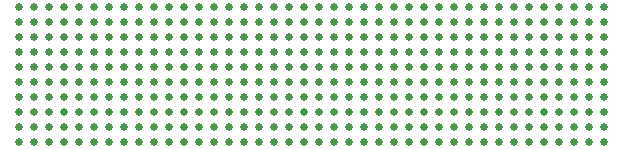
<source format=gbp>
G04 #@! TF.FileFunction,Paste,Bot*
%FSLAX46Y46*%
G04 Gerber Fmt 4.6, Leading zero omitted, Abs format (unit mm)*
G04 Created by KiCad (PCBNEW 4.0.4-stable) date Mon Nov 14 15:58:05 2016*
%MOMM*%
%LPD*%
G01*
G04 APERTURE LIST*
%ADD10C,0.100000*%
%ADD11C,0.635000*%
G04 APERTURE END LIST*
D10*
D11*
X173895000Y-80275000D03*
X173895000Y-81545000D03*
X173895000Y-82815000D03*
X173895000Y-84085000D03*
X173895000Y-85355000D03*
X173895000Y-86625000D03*
X173895000Y-87895000D03*
X173895000Y-89165000D03*
X173895000Y-90435000D03*
X173895000Y-91705000D03*
X175165000Y-80275000D03*
X175165000Y-81545000D03*
X175165000Y-82815000D03*
X175165000Y-84085000D03*
X175165000Y-85355000D03*
X175165000Y-86625000D03*
X175165000Y-87895000D03*
X175165000Y-89165000D03*
X175165000Y-90435000D03*
X175165000Y-91705000D03*
X176435000Y-80275000D03*
X176435000Y-81545000D03*
X176435000Y-82815000D03*
X176435000Y-84085000D03*
X176435000Y-85355000D03*
X176435000Y-86625000D03*
X176435000Y-87895000D03*
X176435000Y-89165000D03*
X176435000Y-90435000D03*
X176435000Y-91705000D03*
X177705000Y-80275000D03*
X177705000Y-81545000D03*
X177705000Y-82815000D03*
X177705000Y-84085000D03*
X177705000Y-85355000D03*
X177705000Y-86625000D03*
X177705000Y-87895000D03*
X177705000Y-89165000D03*
X177705000Y-90435000D03*
X177705000Y-91705000D03*
X178975000Y-80275000D03*
X178975000Y-81545000D03*
X178975000Y-82815000D03*
X178975000Y-84085000D03*
X178975000Y-85355000D03*
X178975000Y-86625000D03*
X178975000Y-87895000D03*
X178975000Y-89165000D03*
X178975000Y-90435000D03*
X178975000Y-91705000D03*
X180245000Y-80275000D03*
X180245000Y-81545000D03*
X180245000Y-82815000D03*
X180245000Y-84085000D03*
X180245000Y-85355000D03*
X180245000Y-86625000D03*
X180245000Y-87895000D03*
X180245000Y-89165000D03*
X180245000Y-90435000D03*
X180245000Y-91705000D03*
X181515000Y-80275000D03*
X181515000Y-81545000D03*
X181515000Y-82815000D03*
X181515000Y-84085000D03*
X181515000Y-85355000D03*
X181515000Y-86625000D03*
X181515000Y-87895000D03*
X181515000Y-89165000D03*
X181515000Y-90435000D03*
X181515000Y-91705000D03*
X182785000Y-80275000D03*
X182785000Y-81545000D03*
X182785000Y-82815000D03*
X182785000Y-84085000D03*
X182785000Y-85355000D03*
X182785000Y-86625000D03*
X182785000Y-87895000D03*
X182785000Y-89165000D03*
X182785000Y-90435000D03*
X182785000Y-91705000D03*
X184055000Y-80275000D03*
X184055000Y-81545000D03*
X184055000Y-82815000D03*
X184055000Y-84085000D03*
X184055000Y-85355000D03*
X184055000Y-86625000D03*
X184055000Y-87895000D03*
X184055000Y-89165000D03*
X184055000Y-90435000D03*
X184055000Y-91705000D03*
X185325000Y-80275000D03*
X185325000Y-81545000D03*
X185325000Y-82815000D03*
X185325000Y-84085000D03*
X185325000Y-85355000D03*
X185325000Y-86625000D03*
X185325000Y-87895000D03*
X185325000Y-89165000D03*
X185325000Y-90435000D03*
X185325000Y-91705000D03*
X186595000Y-80275000D03*
X186595000Y-81545000D03*
X186595000Y-82815000D03*
X186595000Y-84085000D03*
X186595000Y-85355000D03*
X186595000Y-86625000D03*
X186595000Y-87895000D03*
X186595000Y-89165000D03*
X186595000Y-90435000D03*
X186595000Y-91705000D03*
X187865000Y-80275000D03*
X187865000Y-81545000D03*
X187865000Y-82815000D03*
X187865000Y-84085000D03*
X187865000Y-85355000D03*
X187865000Y-86625000D03*
X187865000Y-87895000D03*
X187865000Y-89165000D03*
X187865000Y-90435000D03*
X187865000Y-91705000D03*
X189135000Y-80275000D03*
X189135000Y-81545000D03*
X189135000Y-82815000D03*
X189135000Y-84085000D03*
X189135000Y-85355000D03*
X189135000Y-86625000D03*
X189135000Y-87895000D03*
X189135000Y-89165000D03*
X189135000Y-90435000D03*
X189135000Y-91705000D03*
X190405000Y-80275000D03*
X190405000Y-81545000D03*
X190405000Y-82815000D03*
X190405000Y-84085000D03*
X190405000Y-85355000D03*
X190405000Y-86625000D03*
X190405000Y-87895000D03*
X190405000Y-89165000D03*
X190405000Y-90435000D03*
X190405000Y-91705000D03*
X191675000Y-80275000D03*
X191675000Y-81545000D03*
X191675000Y-82815000D03*
X191675000Y-84085000D03*
X191675000Y-85355000D03*
X191675000Y-86625000D03*
X191675000Y-87895000D03*
X191675000Y-89165000D03*
X191675000Y-90435000D03*
X191675000Y-91705000D03*
X192945000Y-80275000D03*
X192945000Y-81545000D03*
X192945000Y-82815000D03*
X192945000Y-84085000D03*
X192945000Y-85355000D03*
X192945000Y-86625000D03*
X192945000Y-87895000D03*
X192945000Y-89165000D03*
X192945000Y-90435000D03*
X192945000Y-91705000D03*
X194215000Y-80275000D03*
X194215000Y-81545000D03*
X194215000Y-82815000D03*
X194215000Y-84085000D03*
X194215000Y-85355000D03*
X194215000Y-86625000D03*
X194215000Y-87895000D03*
X194215000Y-89165000D03*
X194215000Y-90435000D03*
X194215000Y-91705000D03*
X195485000Y-80275000D03*
X195485000Y-81545000D03*
X195485000Y-82815000D03*
X195485000Y-84085000D03*
X195485000Y-85355000D03*
X195485000Y-86625000D03*
X195485000Y-87895000D03*
X195485000Y-89165000D03*
X195485000Y-90435000D03*
X195485000Y-91705000D03*
X196755000Y-80275000D03*
X196755000Y-81545000D03*
X196755000Y-82815000D03*
X196755000Y-84085000D03*
X196755000Y-85355000D03*
X196755000Y-86625000D03*
X196755000Y-87895000D03*
X196755000Y-89165000D03*
X196755000Y-90435000D03*
X196755000Y-91705000D03*
X198025000Y-80275000D03*
X198025000Y-81545000D03*
X198025000Y-82815000D03*
X198025000Y-84085000D03*
X198025000Y-85355000D03*
X198025000Y-86625000D03*
X198025000Y-87895000D03*
X198025000Y-89165000D03*
X198025000Y-90435000D03*
X198025000Y-91705000D03*
X199295000Y-80275000D03*
X199295000Y-81545000D03*
X199295000Y-82815000D03*
X199295000Y-84085000D03*
X199295000Y-85355000D03*
X199295000Y-86625000D03*
X199295000Y-87895000D03*
X199295000Y-89165000D03*
X199295000Y-90435000D03*
X199295000Y-91705000D03*
X200565000Y-80275000D03*
X200565000Y-81545000D03*
X200565000Y-82815000D03*
X200565000Y-84085000D03*
X200565000Y-85355000D03*
X200565000Y-86625000D03*
X200565000Y-87895000D03*
X200565000Y-89165000D03*
X200565000Y-90435000D03*
X200565000Y-91705000D03*
X201835000Y-80275000D03*
X201835000Y-81545000D03*
X201835000Y-82815000D03*
X201835000Y-84085000D03*
X201835000Y-85355000D03*
X201835000Y-86625000D03*
X201835000Y-87895000D03*
X201835000Y-89165000D03*
X201835000Y-90435000D03*
X201835000Y-91705000D03*
X203105000Y-80275000D03*
X203105000Y-81545000D03*
X203105000Y-82815000D03*
X203105000Y-84085000D03*
X203105000Y-85355000D03*
X203105000Y-86625000D03*
X203105000Y-87895000D03*
X203105000Y-89165000D03*
X203105000Y-90435000D03*
X203105000Y-91705000D03*
X204375000Y-80275000D03*
X204375000Y-81545000D03*
X204375000Y-82815000D03*
X204375000Y-84085000D03*
X204375000Y-85355000D03*
X204375000Y-86625000D03*
X204375000Y-87895000D03*
X204375000Y-89165000D03*
X204375000Y-90435000D03*
X204375000Y-91705000D03*
X205645000Y-80275000D03*
X205645000Y-81545000D03*
X205645000Y-82815000D03*
X205645000Y-84085000D03*
X205645000Y-85355000D03*
X205645000Y-86625000D03*
X205645000Y-87895000D03*
X205645000Y-89165000D03*
X205645000Y-90435000D03*
X205645000Y-91705000D03*
X206915000Y-80275000D03*
X206915000Y-81545000D03*
X206915000Y-82815000D03*
X206915000Y-84085000D03*
X206915000Y-85355000D03*
X206915000Y-86625000D03*
X206915000Y-87895000D03*
X206915000Y-89165000D03*
X206915000Y-90435000D03*
X206915000Y-91705000D03*
X208185000Y-80275000D03*
X208185000Y-81545000D03*
X208185000Y-82815000D03*
X208185000Y-84085000D03*
X208185000Y-85355000D03*
X208185000Y-86625000D03*
X208185000Y-87895000D03*
X208185000Y-89165000D03*
X208185000Y-90435000D03*
X208185000Y-91705000D03*
X209455000Y-80275000D03*
X209455000Y-81545000D03*
X209455000Y-82815000D03*
X209455000Y-84085000D03*
X209455000Y-85355000D03*
X209455000Y-86625000D03*
X209455000Y-87895000D03*
X209455000Y-89165000D03*
X209455000Y-90435000D03*
X209455000Y-91705000D03*
X210725000Y-80275000D03*
X210725000Y-81545000D03*
X210725000Y-82815000D03*
X210725000Y-84085000D03*
X210725000Y-85355000D03*
X210725000Y-86625000D03*
X210725000Y-87895000D03*
X210725000Y-89165000D03*
X210725000Y-90435000D03*
X210725000Y-91705000D03*
X211995000Y-80275000D03*
X211995000Y-81545000D03*
X211995000Y-82815000D03*
X211995000Y-84085000D03*
X211995000Y-85355000D03*
X211995000Y-86625000D03*
X211995000Y-87895000D03*
X211995000Y-89165000D03*
X211995000Y-90435000D03*
X211995000Y-91705000D03*
X213265000Y-80275000D03*
X213265000Y-81545000D03*
X213265000Y-82815000D03*
X213265000Y-84085000D03*
X213265000Y-85355000D03*
X213265000Y-86625000D03*
X213265000Y-87895000D03*
X213265000Y-89165000D03*
X213265000Y-90435000D03*
X213265000Y-91705000D03*
X214535000Y-80275000D03*
X214535000Y-81545000D03*
X214535000Y-82815000D03*
X214535000Y-84085000D03*
X214535000Y-85355000D03*
X214535000Y-86625000D03*
X214535000Y-87895000D03*
X214535000Y-89165000D03*
X214535000Y-90435000D03*
X214535000Y-91705000D03*
X215805000Y-80275000D03*
X215805000Y-81545000D03*
X215805000Y-82815000D03*
X215805000Y-84085000D03*
X215805000Y-85355000D03*
X215805000Y-86625000D03*
X215805000Y-87895000D03*
X215805000Y-89165000D03*
X215805000Y-90435000D03*
X215805000Y-91705000D03*
X217075000Y-80275000D03*
X217075000Y-81545000D03*
X217075000Y-82815000D03*
X217075000Y-84085000D03*
X217075000Y-85355000D03*
X217075000Y-86625000D03*
X217075000Y-87895000D03*
X217075000Y-89165000D03*
X217075000Y-90435000D03*
X217075000Y-91705000D03*
X218345000Y-80275000D03*
X218345000Y-81545000D03*
X218345000Y-82815000D03*
X218345000Y-84085000D03*
X218345000Y-85355000D03*
X218345000Y-86625000D03*
X218345000Y-87895000D03*
X218345000Y-89165000D03*
X218345000Y-90435000D03*
X218345000Y-91705000D03*
X219615000Y-80275000D03*
X219615000Y-81545000D03*
X219615000Y-82815000D03*
X219615000Y-84085000D03*
X219615000Y-85355000D03*
X219615000Y-86625000D03*
X219615000Y-87895000D03*
X219615000Y-89165000D03*
X219615000Y-90435000D03*
X219615000Y-91705000D03*
X220885000Y-80275000D03*
X220885000Y-81545000D03*
X220885000Y-82815000D03*
X220885000Y-84085000D03*
X220885000Y-85355000D03*
X220885000Y-86625000D03*
X220885000Y-87895000D03*
X220885000Y-89165000D03*
X220885000Y-90435000D03*
X220885000Y-91705000D03*
X222155000Y-80275000D03*
X222155000Y-81545000D03*
X222155000Y-82815000D03*
X222155000Y-84085000D03*
X222155000Y-85355000D03*
X222155000Y-86625000D03*
X222155000Y-87895000D03*
X222155000Y-89165000D03*
X222155000Y-90435000D03*
X222155000Y-91705000D03*
X223425000Y-80275000D03*
X223425000Y-81545000D03*
X223425000Y-82815000D03*
X223425000Y-84085000D03*
X223425000Y-85355000D03*
X223425000Y-86625000D03*
X223425000Y-87895000D03*
X223425000Y-89165000D03*
X223425000Y-90435000D03*
X223425000Y-91705000D03*
M02*

</source>
